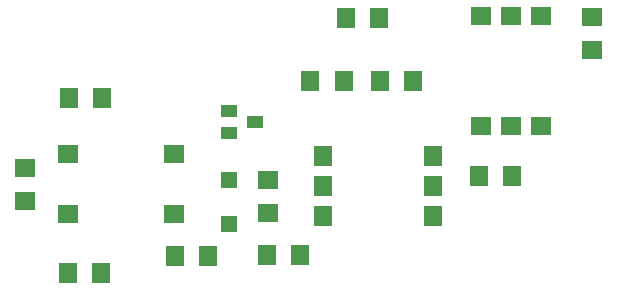
<source format=gbr>
G04 EAGLE Gerber RS-274X export*
G75*
%MOMM*%
%FSLAX34Y34*%
%LPD*%
%INSolderpaste Top*%
%IPPOS*%
%AMOC8*
5,1,8,0,0,1.08239X$1,22.5*%
G01*
%ADD10R,1.700000X1.500000*%
%ADD11R,1.400000X1.400000*%
%ADD12R,1.520000X1.780000*%
%ADD13R,1.600000X1.800000*%
%ADD14R,1.400000X1.000000*%
%ADD15R,1.800000X1.600000*%
%ADD16R,1.600000X1.803000*%
%ADD17R,1.780000X1.520000*%
%ADD18R,1.803000X1.600000*%


D10*
X225975Y116105D03*
X225975Y167105D03*
X135975Y167105D03*
X135975Y116105D03*
D11*
X272410Y107860D03*
X272410Y144860D03*
D12*
X351700Y165735D03*
X351700Y140335D03*
X351700Y114935D03*
X444600Y114935D03*
X444600Y140335D03*
X444600Y165735D03*
D13*
X163855Y66035D03*
X135855Y66035D03*
X164495Y214635D03*
X136495Y214635D03*
X254030Y80645D03*
X226030Y80645D03*
X332140Y81285D03*
X304140Y81285D03*
D14*
X294205Y194305D03*
X272205Y184805D03*
X272205Y203805D03*
D15*
X99695Y127605D03*
X99695Y155605D03*
D16*
X340745Y229235D03*
X369185Y229235D03*
D13*
X400340Y229235D03*
X428340Y229235D03*
D17*
X485140Y191040D03*
X510540Y191040D03*
X535940Y191040D03*
X535940Y283940D03*
X510540Y283940D03*
X485140Y283940D03*
D16*
X512060Y148590D03*
X483620Y148590D03*
D18*
X579120Y283460D03*
X579120Y255020D03*
D16*
X399284Y282321D03*
X370844Y282321D03*
D15*
X305435Y116810D03*
X305435Y144810D03*
M02*

</source>
